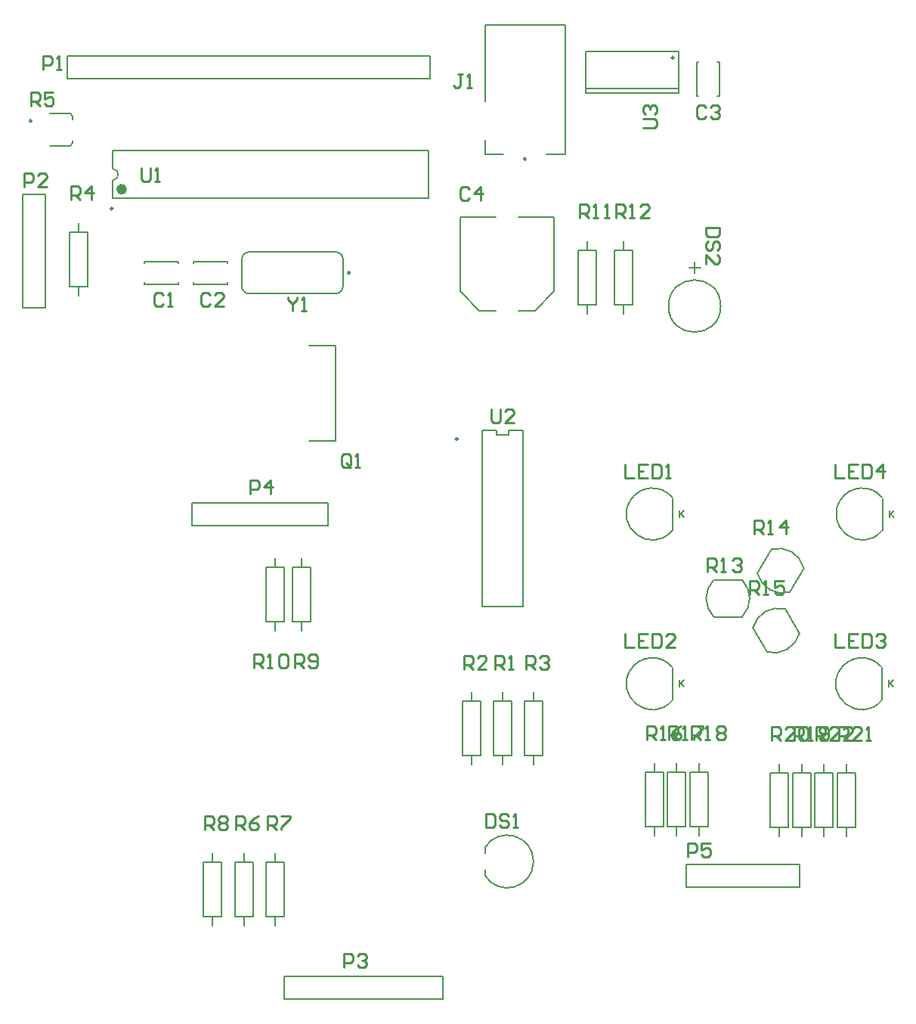
<source format=gto>
G04*
G04 #@! TF.GenerationSoftware,Altium Limited,Altium Designer,21.3.1 (25)*
G04*
G04 Layer_Color=65535*
%FSLAX44Y44*%
%MOMM*%
G71*
G04*
G04 #@! TF.SameCoordinates,07AAF50E-0F06-4378-A151-48E409635E6A*
G04*
G04*
G04 #@! TF.FilePolarity,Positive*
G04*
G01*
G75*
%ADD10C,0.2000*%
%ADD11C,0.6000*%
%ADD12C,0.2500*%
%ADD13C,0.2540*%
%ADD14C,0.1524*%
D10*
X886533Y463565D02*
G03*
X850419Y442715I-7632J-28482D01*
G01*
X866167Y415438D02*
G03*
X902281Y436288I7632J28482D01*
G01*
X907281Y509712D02*
G03*
X871167Y530562I-28482J-7632D01*
G01*
X855419Y503285D02*
G03*
X891533Y482435I28482J7632D01*
G01*
X838048Y454650D02*
G03*
X838048Y496350I-20850J20850D01*
G01*
X806552D02*
G03*
X806552Y454650I20850J-20850D01*
G01*
X994978Y588565D02*
G03*
X948002Y585199I-22278J-18565D01*
G01*
X949008Y586724D02*
G03*
X995086Y551564I23692J-16724D01*
G01*
X994578Y398565D02*
G03*
X947602Y395199I-22278J-18565D01*
G01*
X948608Y396724D02*
G03*
X994686Y361564I23692J-16724D01*
G01*
X759978Y398565D02*
G03*
X713002Y395199I-22278J-18565D01*
G01*
X714008Y396724D02*
G03*
X760086Y361564I23692J-16724D01*
G01*
X759978Y588565D02*
G03*
X713002Y585199I-22278J-18565D01*
G01*
X714008Y586724D02*
G03*
X760086Y551564I23692J-16724D01*
G01*
X550000Y165290D02*
G03*
X549998Y196607I25000J15660D01*
G01*
X133000Y943650D02*
G03*
X133000Y956350I0J6350D01*
G01*
X277650Y825000D02*
G03*
X285900Y816750I8250J0D01*
G01*
Y863250D02*
G03*
X277650Y855000I0J-8250D01*
G01*
X391150Y855000D02*
G03*
X382900Y863250I-8250J0D01*
G01*
X382900Y816750D02*
G03*
X391150Y825000I0J8250D01*
G01*
X814225Y802700D02*
G03*
X814225Y802700I-29225J0D01*
G01*
X886533Y463565D02*
X902281Y436288D01*
X850419Y442715D02*
X866167Y415438D01*
X891533Y482435D02*
X907281Y509712D01*
X855419Y503285D02*
X871167Y530562D01*
X806552Y454650D02*
X838048D01*
X806552Y496350D02*
X838048D01*
X919840Y280480D02*
X940160D01*
Y219520D02*
Y280480D01*
X919840Y219520D02*
X940160D01*
X919840D02*
Y280480D01*
X930000D02*
Y290640D01*
Y209360D02*
Y219520D01*
X944840Y280480D02*
X965160D01*
Y219520D02*
Y280480D01*
X944840Y219520D02*
X965160D01*
X944840D02*
Y280480D01*
X955000D02*
Y290640D01*
Y209360D02*
Y219520D01*
X869840Y280480D02*
X890160D01*
Y219520D02*
Y280480D01*
X869840Y219520D02*
X890160D01*
X869840D02*
Y280480D01*
X880000D02*
Y290640D01*
Y209360D02*
Y219520D01*
X894840Y280480D02*
X915160D01*
Y219520D02*
Y280480D01*
X894840Y219520D02*
X915160D01*
X894840D02*
Y280480D01*
X905000D02*
Y290640D01*
Y209360D02*
Y219520D01*
X995560Y552220D02*
Y587780D01*
X995160Y362220D02*
Y397780D01*
X760560Y362220D02*
Y397780D01*
Y552220D02*
Y587780D01*
X779840Y220020D02*
X800160D01*
X779840D02*
Y280980D01*
X800160D01*
Y220020D02*
Y280980D01*
X790000Y209860D02*
Y220020D01*
Y280980D02*
Y291140D01*
X754840Y220020D02*
X775160D01*
X754840D02*
Y280980D01*
X775160D01*
Y220020D02*
Y280980D01*
X765000Y209860D02*
Y220020D01*
Y280980D02*
Y291140D01*
X729840Y220020D02*
X750160D01*
X729840D02*
Y280980D01*
X750160D01*
Y220020D02*
Y280980D01*
X740000Y209860D02*
Y220020D01*
Y280980D02*
Y291140D01*
X775700Y152300D02*
Y177700D01*
X902700D01*
X775700Y152300D02*
X902700D01*
Y177700D01*
X550000Y190250D02*
Y196608D01*
Y165290D02*
Y171650D01*
X487000Y923500D02*
Y976500D01*
X133000Y956350D02*
Y976500D01*
Y923500D02*
Y943650D01*
Y976500D02*
X487000D01*
X133000Y923500D02*
X487000D01*
X82300Y1057300D02*
X488700D01*
X82300D02*
Y1082700D01*
X101350D01*
X488700D01*
Y1057300D02*
Y1082700D01*
X550000Y1117500D02*
X640000D01*
X550000Y1031500D02*
Y1117500D01*
X619000Y972500D02*
X640000D01*
Y1117500D01*
X550000Y972500D02*
Y988500D01*
Y972500D02*
X571000D01*
X547000Y663450D02*
X563429D01*
Y658450D02*
Y663450D01*
Y658450D02*
X576571D01*
Y663450D01*
X593000D01*
Y466550D02*
Y663450D01*
X547000Y466550D02*
X593000D01*
X547000D02*
Y663450D01*
X221500Y557300D02*
Y582700D01*
X373900Y557300D02*
Y582700D01*
X221500Y557300D02*
X373900D01*
X221500Y582700D02*
X373900D01*
X325300Y52700D02*
X503100D01*
X325300Y27300D02*
Y52700D01*
Y27300D02*
X503100D01*
Y52700D01*
X391150Y855000D02*
X391150Y855000D01*
X391150Y825000D02*
Y855000D01*
X277650Y825000D02*
Y855000D01*
X285900Y816750D02*
X382900D01*
X285900Y863250D02*
X382900D01*
X334840Y449520D02*
X355160D01*
X334840D02*
Y510480D01*
X355160D01*
Y449520D02*
Y510480D01*
X345000Y439360D02*
Y449520D01*
Y510480D02*
Y520640D01*
X269840Y180480D02*
X290160D01*
Y119520D02*
Y180480D01*
X269840Y119520D02*
X290160D01*
X269840D02*
Y180480D01*
X280000D02*
Y190640D01*
Y109360D02*
Y119520D01*
X304840Y180480D02*
X325160D01*
Y119520D02*
Y180480D01*
X304840Y119520D02*
X325160D01*
X304840D02*
Y180480D01*
X315000D02*
Y190640D01*
Y109360D02*
Y119520D01*
X234840Y180480D02*
X255160D01*
Y119520D02*
Y180480D01*
X234840Y119520D02*
X255160D01*
X234840D02*
Y180480D01*
X245000D02*
Y190640D01*
Y109360D02*
Y119520D01*
X787300Y1038250D02*
X789500D01*
X787300Y1076350D02*
X789500D01*
X810500D02*
X812700D01*
X810500Y1038250D02*
X812700D01*
X787300D02*
Y1076350D01*
X812700Y1038250D02*
Y1076350D01*
X168250Y850500D02*
Y852700D01*
X206350Y850500D02*
Y852700D01*
Y827300D02*
Y829500D01*
X168250Y827300D02*
Y829500D01*
Y852700D02*
X206350D01*
X168250Y827300D02*
X206350D01*
X223650Y850500D02*
Y852700D01*
X261750Y850500D02*
Y852700D01*
Y827300D02*
Y829500D01*
X223650Y827300D02*
Y829500D01*
Y852700D02*
X261750D01*
X223650Y827300D02*
X261750D01*
X353200Y651650D02*
X383050D01*
Y758350D01*
X353200D02*
X383050D01*
X663000Y1046500D02*
X767000D01*
X767000Y1041500D02*
Y1087500D01*
X663000D02*
X767000D01*
X663000Y1041500D02*
Y1087500D01*
Y1041500D02*
X767000D01*
X778650Y845880D02*
X791350D01*
X785000Y839530D02*
Y852230D01*
X304840Y510480D02*
X325160D01*
Y449520D02*
Y510480D01*
X304840Y449520D02*
X325160D01*
X304840D02*
Y510480D01*
X315000D02*
Y520640D01*
Y439360D02*
Y449520D01*
X62500Y982000D02*
X85500D01*
X88500Y985000D01*
Y988000D01*
X88500Y1012000D02*
Y1015000D01*
X85500Y1018000D02*
X88500Y1015000D01*
X62500Y1018000D02*
X85500D01*
X84840Y885480D02*
X105160D01*
Y824520D02*
Y885480D01*
X84840Y824520D02*
X105160D01*
X84840D02*
Y885480D01*
X95000D02*
Y895640D01*
Y814360D02*
Y824520D01*
X594840Y299520D02*
X615160D01*
X594840D02*
Y360480D01*
X615160D01*
Y299520D02*
Y360480D01*
X605000Y289360D02*
Y299520D01*
Y360480D02*
Y370640D01*
X524840Y299520D02*
X545160D01*
X524840D02*
Y360480D01*
X545160D01*
Y299520D02*
Y360480D01*
X535000Y289360D02*
Y299520D01*
Y360480D02*
Y370640D01*
X559840Y299520D02*
X580160D01*
X559840D02*
Y360480D01*
X580160D01*
Y299520D02*
Y360480D01*
X570000Y289360D02*
Y299520D01*
Y360480D02*
Y370640D01*
X32300Y927700D02*
X57700D01*
Y800700D02*
Y927700D01*
X32300Y800700D02*
Y927700D01*
Y800700D02*
X57700D01*
X654840Y804520D02*
X675160D01*
X654840D02*
Y865480D01*
X675160D01*
Y804520D02*
Y865480D01*
X665000Y794360D02*
Y804520D01*
Y865480D02*
Y875640D01*
X694840Y804520D02*
X715160D01*
X694840D02*
Y865480D01*
X715160D01*
Y804520D02*
Y865480D01*
X705000Y794360D02*
Y804520D01*
Y865480D02*
Y875640D01*
X544000Y797500D02*
X562500D01*
X522500Y819000D02*
X544000Y797500D01*
X606000D02*
X627500Y819000D01*
X587500Y797500D02*
X606000D01*
X522500Y819000D02*
Y902500D01*
X562500D01*
X587500D02*
X627500D01*
Y819000D02*
Y902500D01*
D11*
X146000Y933500D02*
G03*
X146000Y933500I-3000J0D01*
G01*
D12*
X133150Y911900D02*
G03*
X133150Y911900I-1250J0D01*
G01*
X596251Y967499D02*
G03*
X596251Y967499I-1250J0D01*
G01*
X519750Y653900D02*
G03*
X519750Y653900I-1250J0D01*
G01*
X398900Y840000D02*
G03*
X398900Y840000I-1250J0D01*
G01*
X761750Y1081000D02*
G03*
X761750Y1081000I-1250J0D01*
G01*
X42250Y1010000D02*
G03*
X42250Y1010000I-1250J0D01*
G01*
D13*
X846836Y480314D02*
Y495549D01*
X854454D01*
X856993Y493010D01*
Y487932D01*
X854454Y485392D01*
X846836D01*
X851914D02*
X856993Y480314D01*
X862071D02*
X867149D01*
X864610D01*
Y495549D01*
X862071Y493010D01*
X884924Y495549D02*
X874767D01*
Y487932D01*
X879845Y490471D01*
X882384D01*
X884924Y487932D01*
Y482853D01*
X882384Y480314D01*
X877306D01*
X874767Y482853D01*
X851916Y547370D02*
Y562605D01*
X859533D01*
X862073Y560066D01*
Y554987D01*
X859533Y552448D01*
X851916D01*
X856994D02*
X862073Y547370D01*
X867151D02*
X872229D01*
X869690D01*
Y562605D01*
X867151Y560066D01*
X887465Y547370D02*
Y562605D01*
X879847Y554987D01*
X890004D01*
X799084Y505206D02*
Y520441D01*
X806702D01*
X809241Y517902D01*
Y512823D01*
X806702Y510284D01*
X799084D01*
X804162D02*
X809241Y505206D01*
X814319D02*
X819397D01*
X816858D01*
Y520441D01*
X814319Y517902D01*
X827015D02*
X829554Y520441D01*
X834632D01*
X837172Y517902D01*
Y515363D01*
X834632Y512823D01*
X832093D01*
X834632D01*
X837172Y510284D01*
Y507745D01*
X834632Y505206D01*
X829554D01*
X827015Y507745D01*
X921258Y316484D02*
Y331719D01*
X928876D01*
X931415Y329180D01*
Y324101D01*
X928876Y321562D01*
X921258D01*
X926336D02*
X931415Y316484D01*
X946650D02*
X936493D01*
X946650Y326641D01*
Y329180D01*
X944111Y331719D01*
X939032D01*
X936493Y329180D01*
X961885Y316484D02*
X951728D01*
X961885Y326641D01*
Y329180D01*
X959346Y331719D01*
X954267D01*
X951728Y329180D01*
X946404Y316484D02*
Y331719D01*
X954022D01*
X956561Y329180D01*
Y324101D01*
X954022Y321562D01*
X946404D01*
X951482D02*
X956561Y316484D01*
X971796D02*
X961639D01*
X971796Y326641D01*
Y329180D01*
X969257Y331719D01*
X964178D01*
X961639Y329180D01*
X976874Y316484D02*
X981953D01*
X979413D01*
Y331719D01*
X976874Y329180D01*
X871474Y316484D02*
Y331719D01*
X879091D01*
X881631Y329180D01*
Y324101D01*
X879091Y321562D01*
X871474D01*
X876552D02*
X881631Y316484D01*
X896866D02*
X886709D01*
X896866Y326641D01*
Y329180D01*
X894327Y331719D01*
X889248D01*
X886709Y329180D01*
X901944D02*
X904483Y331719D01*
X909562D01*
X912101Y329180D01*
Y319023D01*
X909562Y316484D01*
X904483D01*
X901944Y319023D01*
Y329180D01*
X896366Y316484D02*
Y331719D01*
X903984D01*
X906523Y329180D01*
Y324101D01*
X903984Y321562D01*
X896366D01*
X901444D02*
X906523Y316484D01*
X911601D02*
X916679D01*
X914140D01*
Y331719D01*
X911601Y329180D01*
X924297Y319023D02*
X926836Y316484D01*
X931915D01*
X934454Y319023D01*
Y329180D01*
X931915Y331719D01*
X926836D01*
X924297Y329180D01*
Y326641D01*
X926836Y324101D01*
X934454D01*
X942340Y625851D02*
Y610616D01*
X952497D01*
X967732Y625851D02*
X957575D01*
Y610616D01*
X967732D01*
X957575Y618233D02*
X962653D01*
X972810Y625851D02*
Y610616D01*
X980428D01*
X982967Y613155D01*
Y623312D01*
X980428Y625851D01*
X972810D01*
X995663Y610616D02*
Y625851D01*
X988045Y618233D01*
X998202D01*
X942086Y435859D02*
Y420624D01*
X952243D01*
X967478Y435859D02*
X957321D01*
Y420624D01*
X967478D01*
X957321Y428242D02*
X962399D01*
X972556Y435859D02*
Y420624D01*
X980174D01*
X982713Y423163D01*
Y433320D01*
X980174Y435859D01*
X972556D01*
X987791Y433320D02*
X990330Y435859D01*
X995409D01*
X997948Y433320D01*
Y430781D01*
X995409Y428242D01*
X992870D01*
X995409D01*
X997948Y425702D01*
Y423163D01*
X995409Y420624D01*
X990330D01*
X987791Y423163D01*
X707390Y435859D02*
Y420624D01*
X717547D01*
X732782Y435859D02*
X722625D01*
Y420624D01*
X732782D01*
X722625Y428242D02*
X727703D01*
X737860Y435859D02*
Y420624D01*
X745478D01*
X748017Y423163D01*
Y433320D01*
X745478Y435859D01*
X737860D01*
X763252Y420624D02*
X753095D01*
X763252Y430781D01*
Y433320D01*
X760713Y435859D01*
X755634D01*
X753095Y433320D01*
X707390Y625851D02*
Y610616D01*
X717547D01*
X732782Y625851D02*
X722625D01*
Y610616D01*
X732782D01*
X722625Y618233D02*
X727703D01*
X737860Y625851D02*
Y610616D01*
X745478D01*
X748017Y613155D01*
Y623312D01*
X745478Y625851D01*
X737860D01*
X753095Y610616D02*
X758174D01*
X755634D01*
Y625851D01*
X753095Y623312D01*
X781304Y316992D02*
Y332227D01*
X788922D01*
X791461Y329688D01*
Y324609D01*
X788922Y322070D01*
X781304D01*
X786382D02*
X791461Y316992D01*
X796539D02*
X801617D01*
X799078D01*
Y332227D01*
X796539Y329688D01*
X809235D02*
X811774Y332227D01*
X816852D01*
X819392Y329688D01*
Y327149D01*
X816852Y324609D01*
X819392Y322070D01*
Y319531D01*
X816852Y316992D01*
X811774D01*
X809235Y319531D01*
Y322070D01*
X811774Y324609D01*
X809235Y327149D01*
Y329688D01*
X811774Y324609D02*
X816852D01*
X756412Y316992D02*
Y332227D01*
X764029D01*
X766569Y329688D01*
Y324609D01*
X764029Y322070D01*
X756412D01*
X761490D02*
X766569Y316992D01*
X771647D02*
X776725D01*
X774186D01*
Y332227D01*
X771647Y329688D01*
X784343Y332227D02*
X794500D01*
Y329688D01*
X784343Y319531D01*
Y316992D01*
X731266D02*
Y332227D01*
X738884D01*
X741423Y329688D01*
Y324609D01*
X738884Y322070D01*
X731266D01*
X736344D02*
X741423Y316992D01*
X746501D02*
X751579D01*
X749040D01*
Y332227D01*
X746501Y329688D01*
X769354Y332227D02*
X764275Y329688D01*
X759197Y324609D01*
Y319531D01*
X761736Y316992D01*
X766814D01*
X769354Y319531D01*
Y322070D01*
X766814Y324609D01*
X759197D01*
X777240Y186436D02*
Y201671D01*
X784857D01*
X787397Y199132D01*
Y194053D01*
X784857Y191514D01*
X777240D01*
X802632Y201671D02*
X792475D01*
Y194053D01*
X797553Y196593D01*
X800093D01*
X802632Y194053D01*
Y188975D01*
X800093Y186436D01*
X795014D01*
X792475Y188975D01*
X551180Y234437D02*
Y219202D01*
X558797D01*
X561337Y221741D01*
Y231898D01*
X558797Y234437D01*
X551180D01*
X576572Y231898D02*
X574033Y234437D01*
X568954D01*
X566415Y231898D01*
Y229359D01*
X568954Y226819D01*
X574033D01*
X576572Y224280D01*
Y221741D01*
X574033Y219202D01*
X568954D01*
X566415Y221741D01*
X581650Y219202D02*
X586729D01*
X584189D01*
Y234437D01*
X581650Y231898D01*
X329243Y812617D02*
Y810078D01*
X334322Y805000D01*
X339400Y810078D01*
Y812617D01*
X334322Y805000D02*
Y797383D01*
X344478D02*
X349557D01*
X347018D01*
Y812617D01*
X344478Y810078D01*
X727782Y1002304D02*
X740478D01*
X743018Y1004843D01*
Y1009922D01*
X740478Y1012461D01*
X727782D01*
X730322Y1017539D02*
X727782Y1020078D01*
Y1025157D01*
X730322Y1027696D01*
X732861D01*
X735400Y1025157D01*
Y1022617D01*
Y1025157D01*
X737939Y1027696D01*
X740478D01*
X743018Y1025157D01*
Y1020078D01*
X740478Y1017539D01*
X557304Y687617D02*
Y674922D01*
X559843Y672383D01*
X564922D01*
X567461Y674922D01*
Y687617D01*
X582696Y672383D02*
X572539D01*
X582696Y682539D01*
Y685078D01*
X580157Y687617D01*
X575078D01*
X572539Y685078D01*
X164843Y957617D02*
Y944922D01*
X167383Y942383D01*
X172461D01*
X175000Y944922D01*
Y957617D01*
X180078Y942383D02*
X185157D01*
X182617D01*
Y957617D01*
X180078Y955078D01*
X696468Y901446D02*
Y916681D01*
X704085D01*
X706625Y914142D01*
Y909063D01*
X704085Y906524D01*
X696468D01*
X701546D02*
X706625Y901446D01*
X711703D02*
X716781D01*
X714242D01*
Y916681D01*
X711703Y914142D01*
X734556Y901446D02*
X724399D01*
X734556Y911603D01*
Y914142D01*
X732017Y916681D01*
X726938D01*
X724399Y914142D01*
X656336Y901446D02*
Y916681D01*
X663953D01*
X666493Y914142D01*
Y909063D01*
X663953Y906524D01*
X656336D01*
X661414D02*
X666493Y901446D01*
X671571D02*
X676649D01*
X674110D01*
Y916681D01*
X671571Y914142D01*
X684267Y901446D02*
X689345D01*
X686806D01*
Y916681D01*
X684267Y914142D01*
X290956Y397383D02*
Y412617D01*
X298574D01*
X301113Y410078D01*
Y405000D01*
X298574Y402461D01*
X290956D01*
X296035D02*
X301113Y397383D01*
X306191D02*
X311270D01*
X308730D01*
Y412617D01*
X306191Y410078D01*
X318887D02*
X321426Y412617D01*
X326505D01*
X329044Y410078D01*
Y399922D01*
X326505Y397383D01*
X321426D01*
X318887Y399922D01*
Y410078D01*
X337304Y397383D02*
Y412617D01*
X344922D01*
X347461Y410078D01*
Y405000D01*
X344922Y402461D01*
X337304D01*
X342382D02*
X347461Y397383D01*
X352539Y399922D02*
X355078Y397383D01*
X360157D01*
X362696Y399922D01*
Y410078D01*
X360157Y412617D01*
X355078D01*
X352539Y410078D01*
Y407539D01*
X355078Y405000D01*
X362696D01*
X236474Y216408D02*
Y231643D01*
X244091D01*
X246631Y229104D01*
Y224025D01*
X244091Y221486D01*
X236474D01*
X241552D02*
X246631Y216408D01*
X251709Y229104D02*
X254248Y231643D01*
X259327D01*
X261866Y229104D01*
Y226565D01*
X259327Y224025D01*
X261866Y221486D01*
Y218947D01*
X259327Y216408D01*
X254248D01*
X251709Y218947D01*
Y221486D01*
X254248Y224025D01*
X251709Y226565D01*
Y229104D01*
X254248Y224025D02*
X259327D01*
X306324Y216408D02*
Y231643D01*
X313941D01*
X316481Y229104D01*
Y224025D01*
X313941Y221486D01*
X306324D01*
X311402D02*
X316481Y216408D01*
X321559Y231643D02*
X331716D01*
Y229104D01*
X321559Y218947D01*
Y216408D01*
X271272D02*
Y231643D01*
X278890D01*
X281429Y229104D01*
Y224025D01*
X278890Y221486D01*
X271272D01*
X276350D02*
X281429Y216408D01*
X296664Y231643D02*
X291585Y229104D01*
X286507Y224025D01*
Y218947D01*
X289046Y216408D01*
X294125D01*
X296664Y218947D01*
Y221486D01*
X294125Y224025D01*
X286507D01*
X41148Y1026922D02*
Y1042157D01*
X48766D01*
X51305Y1039618D01*
Y1034539D01*
X48766Y1032000D01*
X41148D01*
X46226D02*
X51305Y1026922D01*
X66540Y1042157D02*
X56383D01*
Y1034539D01*
X61461Y1037079D01*
X64001D01*
X66540Y1034539D01*
Y1029461D01*
X64001Y1026922D01*
X58922D01*
X56383Y1029461D01*
X86360Y921512D02*
Y936747D01*
X93977D01*
X96517Y934208D01*
Y929129D01*
X93977Y926590D01*
X86360D01*
X91438D02*
X96517Y921512D01*
X109213D02*
Y936747D01*
X101595Y929129D01*
X111752D01*
X596392Y396494D02*
Y411729D01*
X604010D01*
X606549Y409190D01*
Y404112D01*
X604010Y401572D01*
X596392D01*
X601470D02*
X606549Y396494D01*
X611627Y409190D02*
X614166Y411729D01*
X619245D01*
X621784Y409190D01*
Y406651D01*
X619245Y404112D01*
X616705D01*
X619245D01*
X621784Y401572D01*
Y399033D01*
X619245Y396494D01*
X614166D01*
X611627Y399033D01*
X526288Y396494D02*
Y411729D01*
X533905D01*
X536445Y409190D01*
Y404112D01*
X533905Y401572D01*
X526288D01*
X531366D02*
X536445Y396494D01*
X551680D02*
X541523D01*
X551680Y406651D01*
Y409190D01*
X549141Y411729D01*
X544062D01*
X541523Y409190D01*
X561340Y396494D02*
Y411729D01*
X568957D01*
X571497Y409190D01*
Y404112D01*
X568957Y401572D01*
X561340D01*
X566418D02*
X571497Y396494D01*
X576575D02*
X581653D01*
X579114D01*
Y411729D01*
X576575Y409190D01*
X400000Y624922D02*
Y635078D01*
X397461Y637617D01*
X392383D01*
X389843Y635078D01*
Y624922D01*
X392383Y622383D01*
X397461D01*
X394922Y627461D02*
X400000Y622383D01*
X397461D02*
X400000Y624922D01*
X405078Y622383D02*
X410157D01*
X407617D01*
Y637617D01*
X405078Y635078D01*
X287304Y592383D02*
Y607617D01*
X294922D01*
X297461Y605078D01*
Y600000D01*
X294922Y597461D01*
X287304D01*
X310157Y592383D02*
Y607617D01*
X302539Y600000D01*
X312696D01*
X392304Y62382D02*
Y77618D01*
X399922D01*
X402461Y75078D01*
Y70000D01*
X399922Y67461D01*
X392304D01*
X407539Y75078D02*
X410078Y77618D01*
X415157D01*
X417696Y75078D01*
Y72539D01*
X415157Y70000D01*
X412617D01*
X415157D01*
X417696Y67461D01*
Y64922D01*
X415157Y62382D01*
X410078D01*
X407539Y64922D01*
X33782Y936244D02*
Y951479D01*
X41399D01*
X43939Y948940D01*
Y943861D01*
X41399Y941322D01*
X33782D01*
X59174Y936244D02*
X49017D01*
X59174Y946401D01*
Y948940D01*
X56635Y951479D01*
X51556D01*
X49017Y948940D01*
X54843Y1067383D02*
Y1082617D01*
X62461D01*
X65000Y1080078D01*
Y1075000D01*
X62461Y1072461D01*
X54843D01*
X70078Y1067383D02*
X75157D01*
X72618D01*
Y1082617D01*
X70078Y1080078D01*
X525000Y1062617D02*
X519922D01*
X522461D01*
Y1049922D01*
X519922Y1047383D01*
X517383D01*
X514843Y1049922D01*
X530078Y1047383D02*
X535157D01*
X532618D01*
Y1062617D01*
X530078Y1060078D01*
X812618Y890313D02*
X797383D01*
Y882696D01*
X799922Y880157D01*
X810078D01*
X812618Y882696D01*
Y890313D01*
X810078Y864922D02*
X812618Y867461D01*
Y872539D01*
X810078Y875078D01*
X807539D01*
X805000Y872539D01*
Y867461D01*
X802461Y864922D01*
X799922D01*
X797383Y867461D01*
Y872539D01*
X799922Y875078D01*
X797383Y849687D02*
Y859843D01*
X807539Y849687D01*
X810078D01*
X812618Y852226D01*
Y857304D01*
X810078Y859843D01*
X532381Y933446D02*
X529841Y935985D01*
X524763D01*
X522224Y933446D01*
Y923289D01*
X524763Y920750D01*
X529841D01*
X532381Y923289D01*
X545077Y920750D02*
Y935985D01*
X537459Y928367D01*
X547616D01*
X797461Y1025078D02*
X794922Y1027618D01*
X789843D01*
X787304Y1025078D01*
Y1014922D01*
X789843Y1012383D01*
X794922D01*
X797461Y1014922D01*
X802539Y1025078D02*
X805078Y1027618D01*
X810157D01*
X812696Y1025078D01*
Y1022539D01*
X810157Y1020000D01*
X807617D01*
X810157D01*
X812696Y1017461D01*
Y1014922D01*
X810157Y1012383D01*
X805078D01*
X802539Y1014922D01*
X242461Y815078D02*
X239922Y817617D01*
X234843D01*
X232304Y815078D01*
Y804922D01*
X234843Y802383D01*
X239922D01*
X242461Y804922D01*
X257696Y802383D02*
X247539D01*
X257696Y812539D01*
Y815078D01*
X255157Y817617D01*
X250078D01*
X247539Y815078D01*
X190000D02*
X187461Y817617D01*
X182383D01*
X179843Y815078D01*
Y804922D01*
X182383Y802383D01*
X187461D01*
X190000Y804922D01*
X195078Y802383D02*
X200157D01*
X197618D01*
Y817617D01*
X195078Y815078D01*
D14*
X1003180Y573807D02*
Y566190D01*
Y568729D01*
X1008258Y573807D01*
X1004450Y569999D01*
X1008258Y566190D01*
X1002780Y383807D02*
Y376190D01*
Y378729D01*
X1007858Y383807D01*
X1004050Y379999D01*
X1007858Y376190D01*
X768180Y383807D02*
Y376190D01*
Y378729D01*
X773258Y383807D01*
X769450Y379999D01*
X773258Y376190D01*
X768180Y573807D02*
Y566190D01*
Y568729D01*
X773258Y573807D01*
X769450Y569999D01*
X773258Y566190D01*
M02*

</source>
